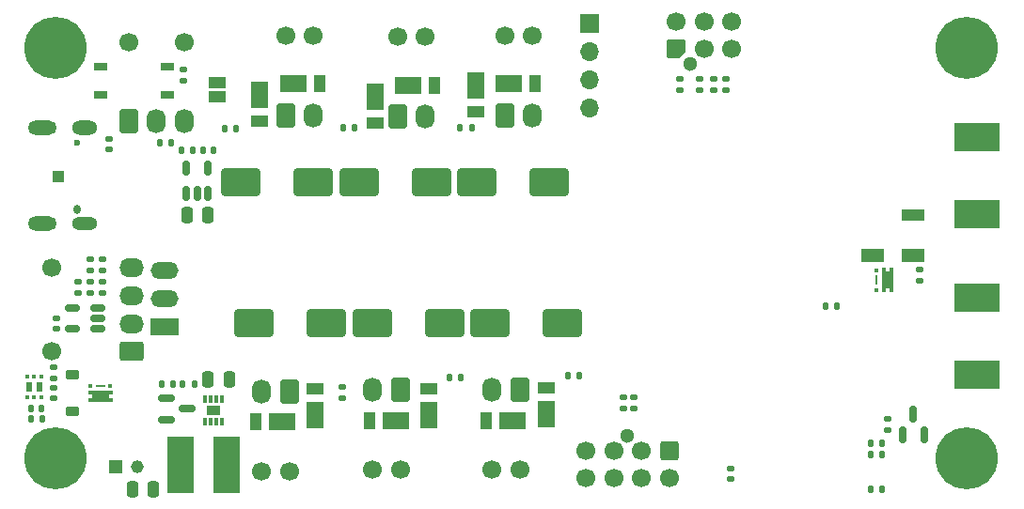
<source format=gbs>
G04 #@! TF.GenerationSoftware,KiCad,Pcbnew,8.0.3*
G04 #@! TF.CreationDate,2024-07-31T22:39:35+02:00*
G04 #@! TF.ProjectId,hw-tele-stern,68772d74-656c-4652-9d73-7465726e2e6b,rev2 w/ output diodes*
G04 #@! TF.SameCoordinates,Original*
G04 #@! TF.FileFunction,Soldermask,Bot*
G04 #@! TF.FilePolarity,Negative*
%FSLAX46Y46*%
G04 Gerber Fmt 4.6, Leading zero omitted, Abs format (unit mm)*
G04 Created by KiCad (PCBNEW 8.0.3) date 2024-07-31 22:39:35*
%MOMM*%
%LPD*%
G01*
G04 APERTURE LIST*
G04 Aperture macros list*
%AMRoundRect*
0 Rectangle with rounded corners*
0 $1 Rounding radius*
0 $2 $3 $4 $5 $6 $7 $8 $9 X,Y pos of 4 corners*
0 Add a 4 corners polygon primitive as box body*
4,1,4,$2,$3,$4,$5,$6,$7,$8,$9,$2,$3,0*
0 Add four circle primitives for the rounded corners*
1,1,$1+$1,$2,$3*
1,1,$1+$1,$4,$5*
1,1,$1+$1,$6,$7*
1,1,$1+$1,$8,$9*
0 Add four rect primitives between the rounded corners*
20,1,$1+$1,$2,$3,$4,$5,0*
20,1,$1+$1,$4,$5,$6,$7,0*
20,1,$1+$1,$6,$7,$8,$9,0*
20,1,$1+$1,$8,$9,$2,$3,0*%
%AMFreePoly0*
4,1,22,0.695671,0.830970,0.776777,0.776777,0.830970,0.695671,0.850000,0.600000,0.850000,-0.600000,0.830970,-0.695671,0.776777,-0.776777,0.695671,-0.830970,0.600000,-0.850000,-0.200000,-0.850000,-0.295671,-0.830970,-0.376777,-0.776777,-0.776777,-0.376777,-0.830970,-0.295671,-0.850000,-0.200000,-0.850000,0.600000,-0.830970,0.695671,-0.776777,0.776777,-0.695671,0.830970,-0.600000,0.850000,
0.600000,0.850000,0.695671,0.830970,0.695671,0.830970,$1*%
%AMFreePoly1*
4,1,15,1.100000,0.175000,0.750000,0.175000,0.750000,-0.175000,1.100000,-0.175000,1.100000,-0.475000,0.750000,-0.475000,-0.750000,-0.475000,-1.100000,-0.475000,-1.100000,-0.175000,-0.750000,-0.175000,-0.750000,0.175000,-1.100000,0.175000,-1.100000,0.475000,1.100000,0.475000,1.100000,0.175000,1.100000,0.175000,$1*%
G04 Aperture macros list end*
%ADD10RoundRect,0.147500X0.172500X-0.147500X0.172500X0.147500X-0.172500X0.147500X-0.172500X-0.147500X0*%
%ADD11R,2.500000X1.500000*%
%ADD12O,2.500000X1.500000*%
%ADD13R,1.150000X1.150000*%
%ADD14C,1.150000*%
%ADD15R,4.190000X2.665000*%
%ADD16C,1.700000*%
%ADD17RoundRect,0.250000X0.850000X0.600000X-0.850000X0.600000X-0.850000X-0.600000X0.850000X-0.600000X0*%
%ADD18O,2.200000X1.700000*%
%ADD19C,5.600000*%
%ADD20RoundRect,0.250000X-0.600000X0.850000X-0.600000X-0.850000X0.600000X-0.850000X0.600000X0.850000X0*%
%ADD21O,1.700000X2.200000*%
%ADD22C,1.300000*%
%ADD23FreePoly0,90.000000*%
%ADD24O,2.600000X1.300000*%
%ADD25O,2.300000X1.200000*%
%ADD26O,2.300000X1.300000*%
%ADD27O,0.600000X0.850000*%
%ADD28C,0.600000*%
%ADD29R,1.700000X1.700000*%
%ADD30O,1.700000X1.700000*%
%ADD31RoundRect,0.250000X0.600000X-0.850000X0.600000X0.850000X-0.600000X0.850000X-0.600000X-0.850000X0*%
%ADD32RoundRect,0.250000X-0.600000X0.600000X-0.600000X-0.600000X0.600000X-0.600000X0.600000X0.600000X0*%
%ADD33RoundRect,0.250000X-1.500000X-1.000000X1.500000X-1.000000X1.500000X1.000000X-1.500000X1.000000X0*%
%ADD34R,2.000000X1.200000*%
%ADD35R,2.000000X1.000000*%
%ADD36RoundRect,0.135000X0.185000X-0.135000X0.185000X0.135000X-0.185000X0.135000X-0.185000X-0.135000X0*%
%ADD37RoundRect,0.250000X-0.250000X-0.475000X0.250000X-0.475000X0.250000X0.475000X-0.250000X0.475000X0*%
%ADD38RoundRect,0.135000X-0.135000X-0.185000X0.135000X-0.185000X0.135000X0.185000X-0.135000X0.185000X0*%
%ADD39RoundRect,0.140000X-0.170000X0.140000X-0.170000X-0.140000X0.170000X-0.140000X0.170000X0.140000X0*%
%ADD40RoundRect,0.225000X0.375000X-0.225000X0.375000X0.225000X-0.375000X0.225000X-0.375000X-0.225000X0*%
%ADD41RoundRect,0.135000X-0.185000X0.135000X-0.185000X-0.135000X0.185000X-0.135000X0.185000X0.135000X0*%
%ADD42R,1.200000X0.800000*%
%ADD43RoundRect,0.135000X0.135000X0.185000X-0.135000X0.185000X-0.135000X-0.185000X0.135000X-0.185000X0*%
%ADD44RoundRect,0.140000X0.170000X-0.140000X0.170000X0.140000X-0.170000X0.140000X-0.170000X-0.140000X0*%
%ADD45R,2.400000X1.500000*%
%ADD46R,1.050000X1.500000*%
%ADD47RoundRect,0.150000X0.512500X0.150000X-0.512500X0.150000X-0.512500X-0.150000X0.512500X-0.150000X0*%
%ADD48R,1.500000X2.400000*%
%ADD49R,1.500000X1.050000*%
%ADD50RoundRect,0.250000X1.500000X1.000000X-1.500000X1.000000X-1.500000X-1.000000X1.500000X-1.000000X0*%
%ADD51R,0.300000X0.350000*%
%ADD52R,0.235000X0.870000*%
%ADD53FreePoly1,90.000000*%
%ADD54RoundRect,0.147500X-0.172500X0.147500X-0.172500X-0.147500X0.172500X-0.147500X0.172500X0.147500X0*%
%ADD55R,0.350000X0.300000*%
%ADD56R,0.870000X0.235000*%
%ADD57FreePoly1,0.000000*%
%ADD58R,0.300000X0.750000*%
%ADD59R,1.300000X0.900000*%
%ADD60RoundRect,0.150000X0.150000X-0.512500X0.150000X0.512500X-0.150000X0.512500X-0.150000X-0.512500X0*%
%ADD61R,2.350000X5.100000*%
%ADD62RoundRect,0.150000X0.150000X-0.587500X0.150000X0.587500X-0.150000X0.587500X-0.150000X-0.587500X0*%
%ADD63RoundRect,0.140000X0.140000X0.170000X-0.140000X0.170000X-0.140000X-0.170000X0.140000X-0.170000X0*%
%ADD64RoundRect,0.150000X-0.587500X-0.150000X0.587500X-0.150000X0.587500X0.150000X-0.587500X0.150000X0*%
%ADD65RoundRect,0.140000X-0.140000X-0.170000X0.140000X-0.170000X0.140000X0.170000X-0.140000X0.170000X0*%
%ADD66R,0.300000X0.325000*%
%ADD67R,0.613000X0.950000*%
%ADD68R,1.000000X1.000000*%
%ADD69R,1.500000X1.000000*%
%ADD70RoundRect,0.250000X0.250000X0.475000X-0.250000X0.475000X-0.250000X-0.475000X0.250000X-0.475000X0*%
G04 APERTURE END LIST*
D10*
X94558895Y-102868823D03*
X94558895Y-101898823D03*
D11*
X101276395Y-105946323D03*
D12*
X101276395Y-103406323D03*
X101276395Y-100866323D03*
D13*
X96851895Y-118613823D03*
D14*
X98858895Y-118613823D03*
D15*
X174423895Y-95806323D03*
X174423895Y-88821323D03*
D16*
X91151395Y-108163823D03*
X91151395Y-100663823D03*
D17*
X98331395Y-108163823D03*
D18*
X98331395Y-105663823D03*
X98331395Y-103163823D03*
X98331395Y-100663823D03*
D19*
X91458895Y-80813823D03*
D16*
X122506863Y-118811359D03*
X120006863Y-118811359D03*
D20*
X122506863Y-111631359D03*
D21*
X120006863Y-111631359D03*
D22*
X148608895Y-82253823D03*
D23*
X147358895Y-80913823D03*
D16*
X149858895Y-80913823D03*
X152358895Y-80913823D03*
X147358895Y-78413823D03*
X149858895Y-78413823D03*
X152358895Y-78413823D03*
X112506863Y-118986359D03*
X110006863Y-118986359D03*
D20*
X112506863Y-111806359D03*
D21*
X110006863Y-111806359D03*
D19*
X91458895Y-117813823D03*
D24*
X90290000Y-96652000D03*
D25*
X94115000Y-96652000D03*
D24*
X90290000Y-88012000D03*
D26*
X94115000Y-88012000D03*
D27*
X93390000Y-95332000D03*
D28*
X93390000Y-89332000D03*
D29*
X139558895Y-78613823D03*
D30*
X139558895Y-81153823D03*
X139558895Y-83693823D03*
X139558895Y-86233823D03*
D16*
X133256863Y-118826359D03*
X130756863Y-118826359D03*
D20*
X133256863Y-111646359D03*
D21*
X130756863Y-111646359D03*
D19*
X173458895Y-80813823D03*
D15*
X174423895Y-103321323D03*
X174423895Y-110306323D03*
D16*
X131913895Y-79721323D03*
X134413895Y-79721323D03*
D31*
X131913895Y-86901323D03*
D21*
X134413895Y-86901323D03*
D22*
X142958895Y-115753823D03*
D32*
X146708895Y-117093823D03*
D16*
X144208895Y-117093823D03*
X141708895Y-117093823D03*
X139208895Y-117093823D03*
X146708895Y-119593823D03*
X144208895Y-119593823D03*
X141708895Y-119593823D03*
X139208895Y-119593823D03*
D19*
X173458895Y-117813823D03*
D16*
X98038895Y-80273823D03*
X103038895Y-80273823D03*
D31*
X98038895Y-87453823D03*
D21*
X100538895Y-87453823D03*
X103038895Y-87453823D03*
D16*
X122263895Y-79791323D03*
X124763895Y-79791323D03*
D31*
X122263895Y-86971323D03*
D21*
X124763895Y-86971323D03*
D16*
X112163895Y-79691323D03*
X114663895Y-79691323D03*
D31*
X112163895Y-86871323D03*
D21*
X114663895Y-86871323D03*
D33*
X129426395Y-92921323D03*
X135926395Y-92921323D03*
D34*
X168708895Y-99563823D03*
X165008895Y-99563823D03*
D35*
X168708895Y-95863823D03*
D36*
X93458895Y-102908823D03*
X93458895Y-101888823D03*
D37*
X105196395Y-110713823D03*
X107096395Y-110713823D03*
D38*
X106659160Y-88082255D03*
X107679160Y-88082255D03*
D39*
X169258895Y-100833823D03*
X169258895Y-101793823D03*
D40*
X92964000Y-113536000D03*
X92964000Y-110236000D03*
D41*
X147658895Y-83603823D03*
X147658895Y-84623823D03*
D42*
X101500000Y-82510000D03*
X101500000Y-85050000D03*
X95500000Y-85050000D03*
X95500000Y-82510000D03*
D41*
X94558895Y-99888823D03*
X94558895Y-100908823D03*
D43*
X138622889Y-110400741D03*
X137602889Y-110400741D03*
D36*
X95658895Y-100908823D03*
X95658895Y-99888823D03*
D44*
X91310000Y-112390000D03*
X91310000Y-111430000D03*
D43*
X127968170Y-110569126D03*
X126948170Y-110569126D03*
D45*
X111856863Y-114546359D03*
D46*
X109481863Y-114546359D03*
D47*
X95296395Y-104233823D03*
X95296395Y-105183823D03*
X95296395Y-106133823D03*
X93021395Y-106133823D03*
X93021395Y-104233823D03*
D48*
X114833035Y-113893793D03*
D49*
X114833035Y-111518793D03*
D50*
X115826863Y-105631359D03*
X109326863Y-105631359D03*
D43*
X103946395Y-111163823D03*
X102926395Y-111163823D03*
D41*
X117256863Y-111336359D03*
X117256863Y-112356359D03*
X91310000Y-109560000D03*
X91310000Y-110580000D03*
D44*
X91558895Y-106143823D03*
X91558895Y-105183823D03*
D36*
X103000000Y-83760000D03*
X103000000Y-82740000D03*
D45*
X123238895Y-84231323D03*
D46*
X125613895Y-84231323D03*
D50*
X137115002Y-105616969D03*
X130615002Y-105616969D03*
D48*
X129263895Y-84231323D03*
D49*
X129263895Y-86606323D03*
D51*
X165383895Y-102688823D03*
D52*
X165383895Y-101723823D03*
D51*
X165383895Y-100838823D03*
D53*
X166358895Y-101763823D03*
D54*
X95658895Y-101913823D03*
X95658895Y-102883823D03*
D37*
X98358895Y-120563823D03*
X100258895Y-120563823D03*
D48*
X125056863Y-113896359D03*
D49*
X125056863Y-111521359D03*
D41*
X150708895Y-83603823D03*
X150708895Y-84623823D03*
D33*
X118833895Y-92931323D03*
X125333895Y-92931323D03*
D45*
X122106863Y-114446359D03*
D46*
X119731863Y-114446359D03*
D55*
X94558895Y-111288823D03*
D56*
X95523895Y-111288823D03*
D55*
X96408895Y-111288823D03*
D57*
X95483895Y-112263823D03*
D43*
X102046395Y-111163823D03*
X101026395Y-111163823D03*
D58*
X106458895Y-114513823D03*
X105958895Y-114513823D03*
X105458895Y-114513823D03*
X104958895Y-114513823D03*
X104958895Y-112513823D03*
X105458895Y-112513823D03*
X105958895Y-112513823D03*
X106458895Y-112513823D03*
D59*
X105708895Y-113513823D03*
D60*
X105158895Y-93913823D03*
X104208895Y-93913823D03*
X103258895Y-93913823D03*
X103258895Y-91638823D03*
X105158895Y-91638823D03*
D61*
X102683895Y-118413823D03*
X106833895Y-118413823D03*
D41*
X149458895Y-83603823D03*
X149458895Y-84623823D03*
D38*
X127904124Y-88025469D03*
X128924124Y-88025469D03*
D62*
X169658895Y-115701323D03*
X167758895Y-115701323D03*
X168708895Y-113826323D03*
D63*
X105688895Y-90076323D03*
X104728895Y-90076323D03*
D64*
X101471395Y-114313823D03*
X101471395Y-112413823D03*
X103346395Y-113363823D03*
D45*
X112838895Y-84031323D03*
D46*
X115213895Y-84031323D03*
D63*
X165838895Y-120613823D03*
X164878895Y-120613823D03*
D43*
X161818895Y-104063823D03*
X160798895Y-104063823D03*
D44*
X166408895Y-115243823D03*
X166408895Y-114283823D03*
D43*
X165868895Y-116463823D03*
X164848895Y-116463823D03*
D65*
X102828895Y-90076323D03*
X103788895Y-90076323D03*
D63*
X90220000Y-113288823D03*
X89260000Y-113288823D03*
D48*
X109813895Y-85056323D03*
D49*
X109813895Y-87431323D03*
D63*
X165838895Y-117513823D03*
X164878895Y-117513823D03*
D39*
X152258895Y-118733823D03*
X152258895Y-119693823D03*
D66*
X90183500Y-112313823D03*
X89533500Y-112313823D03*
X88883500Y-112313823D03*
D67*
X89067000Y-111388823D03*
D66*
X88883500Y-110463823D03*
X89533500Y-110463823D03*
D67*
X90000000Y-111388823D03*
D66*
X90183500Y-110463823D03*
D45*
X132238895Y-84031323D03*
D46*
X134613895Y-84031323D03*
D41*
X151858895Y-83603823D03*
X151858895Y-84623823D03*
D36*
X143558895Y-113323823D03*
X143558895Y-112303823D03*
D48*
X120213895Y-85181323D03*
D49*
X120213895Y-87556323D03*
D68*
X91694000Y-92436350D03*
D69*
X106000000Y-85250000D03*
X106000000Y-83950000D03*
D44*
X96258895Y-89993823D03*
X96258895Y-89033823D03*
D38*
X100834722Y-89326613D03*
X101854722Y-89326613D03*
X117344385Y-88008264D03*
X118364385Y-88008264D03*
D41*
X142558895Y-112303823D03*
X142558895Y-113323823D03*
D48*
X135656863Y-113846359D03*
D49*
X135656863Y-111471359D03*
D33*
X108172395Y-92927823D03*
X114672395Y-92927823D03*
D43*
X90250000Y-114288823D03*
X89230000Y-114288823D03*
D70*
X105208895Y-95913823D03*
X103308895Y-95913823D03*
D45*
X132631863Y-114446359D03*
D46*
X130256863Y-114446359D03*
D50*
X126476863Y-105631359D03*
X119976863Y-105631359D03*
M02*

</source>
